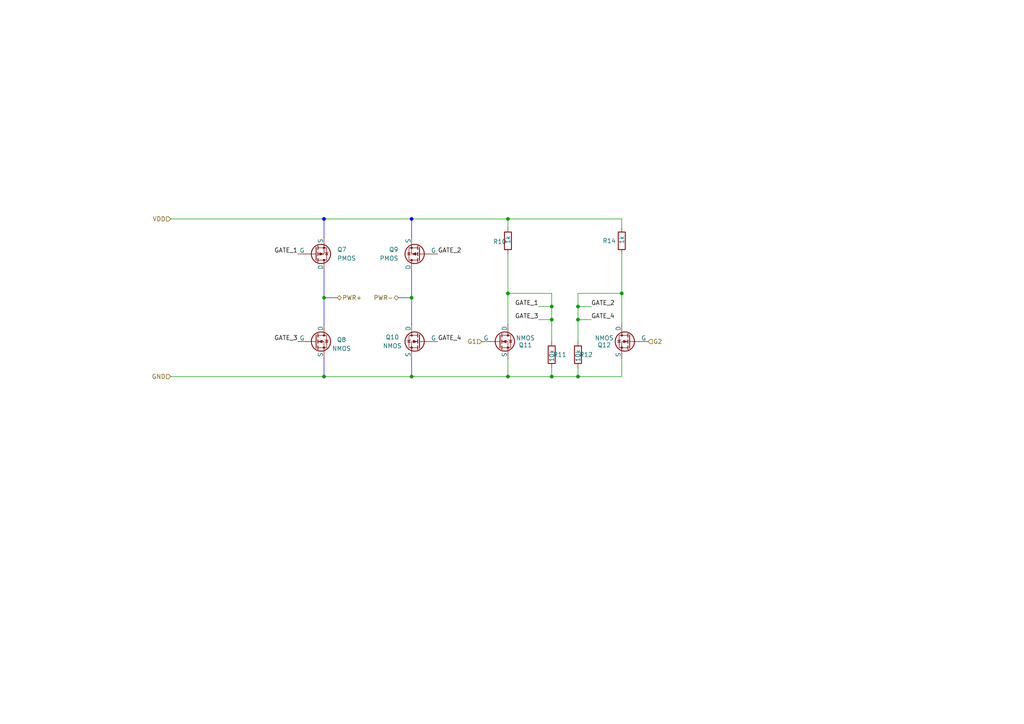
<source format=kicad_sch>
(kicad_sch (version 20250114) (generator "eeschema") (generator_version "9.0")
  (paper "A4")
  (lib_symbols
    (symbol "Device:R" (pin_numbers (hide yes)) (pin_names (offset 0))
      (property "Reference" "R" (at 2.032 0 90))
      (property "Value" "R" (at 0 0 90))
      (symbol "R_0_1"
        (rectangle (start -1.016 -2.54) (end 1.016 2.54) (stroke (width 0.254)))
      )
      (symbol "R_1_1"
        (pin passive line (at 0 3.81 270) (length 1.27) (name "~") (number "1"))
        (pin passive line (at 0 -3.81 90) (length 1.27) (name "~") (number "2"))
      )
    )
    (symbol "Simulation_SPICE:NMOS" (pin_numbers (hide yes)) (pin_names (offset 0))
      (property "Reference" "Q" (at 5.08 1.27 0))
      (property "Value" "NMOS" (at 5.08 -1.27 0))
      (symbol "NMOS_0_1"
        (polyline (pts (xy 0.254 1.905) (xy 0.254 -1.905)) (stroke (width 0.254)))
        (polyline (pts (xy 0.254 0) (xy -2.54 0)))
        (polyline (pts (xy 0.762 2.286) (xy 0.762 1.27)) (stroke (width 0.254)))
        (polyline (pts (xy 0.762 0.508) (xy 0.762 -0.508)) (stroke (width 0.254)))
        (polyline (pts (xy 0.762 -1.27) (xy 0.762 -2.286)) (stroke (width 0.254)))
        (polyline (pts (xy 0.762 -1.778) (xy 3.302 -1.778) (xy 3.302 1.778) (xy 0.762 1.778)))
        (polyline (pts (xy 1.016 0) (xy 2.032 0.381) (xy 2.032 -0.381) (xy 1.016 0)) (fill (type outline)))
        (circle (center 1.651 0) (radius 2.794) (stroke (width 0.254)))
        (polyline (pts (xy 2.54 2.54) (xy 2.54 1.778)))
        (circle (center 2.54 1.778) (radius 0.254) (fill (type outline)))
        (circle (center 2.54 -1.778) (radius 0.254) (fill (type outline)))
        (polyline (pts (xy 2.54 -2.54) (xy 2.54 0) (xy 0.762 0)))
        (polyline (pts (xy 2.794 0.508) (xy 2.921 0.381) (xy 3.683 0.381) (xy 3.81 0.254)))
        (polyline (pts (xy 3.302 0.381) (xy 2.921 -0.254) (xy 3.683 -0.254) (xy 3.302 0.381)))
      )
      (symbol "NMOS_1_1"
        (pin input line (at -5.08 0 0) (length 2.54) (name "G") (number "2"))
        (pin passive line (at 2.54 5.08 270) (length 2.54) (name "D") (number "1"))
        (pin passive line (at 2.54 -5.08 90) (length 2.54) (name "S") (number "3"))
      )
    )
    (symbol "Simulation_SPICE:PMOS" (pin_numbers (hide yes)) (pin_names (offset 0))
      (property "Reference" "Q" (at 5.08 1.27 0))
      (property "Value" "PMOS" (at 5.08 -1.27 0))
      (symbol "PMOS_0_1"
        (polyline (pts (xy 0.254 1.905) (xy 0.254 -1.905)) (stroke (width 0.254)))
        (polyline (pts (xy 0.254 0) (xy -2.54 0)))
        (polyline (pts (xy 0.762 2.286) (xy 0.762 1.27)) (stroke (width 0.254)))
        (polyline (pts (xy 0.762 1.778) (xy 3.302 1.778) (xy 3.302 -1.778) (xy 0.762 -1.778)))
        (polyline (pts (xy 0.762 0.508) (xy 0.762 -0.508)) (stroke (width 0.254)))
        (polyline (pts (xy 0.762 -1.27) (xy 0.762 -2.286)) (stroke (width 0.254)))
        (circle (center 1.651 0) (radius 2.794) (stroke (width 0.254)))
        (polyline (pts (xy 2.286 0) (xy 1.27 0.381) (xy 1.27 -0.381) (xy 2.286 0)) (fill (type outline)))
        (polyline (pts (xy 2.54 2.54) (xy 2.54 1.778)))
        (circle (center 2.54 1.778) (radius 0.254) (fill (type outline)))
        (circle (center 2.54 -1.778) (radius 0.254) (fill (type outline)))
        (polyline (pts (xy 2.54 -2.54) (xy 2.54 0) (xy 0.762 0)))
        (polyline (pts (xy 2.794 -0.508) (xy 2.921 -0.381) (xy 3.683 -0.381) (xy 3.81 -0.254)))
        (polyline (pts (xy 3.302 -0.381) (xy 2.921 0.254) (xy 3.683 0.254) (xy 3.302 -0.381)))
      )
      (symbol "PMOS_1_1"
        (pin input line (at -5.08 0 0) (length 2.54) (name "G") (number "2"))
        (pin passive line (at 2.54 5.08 270) (length 2.54) (name "D") (number "1"))
        (pin passive line (at 2.54 -5.08 90) (length 2.54) (name "S") (number "3"))
      )
    )
  )
  (junction (at 119.38 86.36))
  (junction (at 93.98 86.36))
  (junction (at 147.32 109.22))
  (junction (at 167.64 92.71))
  (junction (at 93.98 63.5) (color 0 0 255 1))
  (junction (at 119.38 109.22))
  (junction (at 93.98 109.22))
  (junction (at 147.32 63.5))
  (junction (at 119.38 63.5) (color 0 0 255 1))
  (junction (at 180.34 85.09))
  (junction (at 167.64 88.9))
  (junction (at 160.02 109.22))
  (junction (at 147.32 85.09))
  (junction (at 160.02 92.71))
  (junction (at 167.64 109.22))
  (junction (at 160.02 88.9))
  (wire (pts (xy 160.02 85.09) (xy 160.02 88.9)))
  (wire (pts (xy 49.53 109.22) (xy 93.98 109.22)))
  (wire (pts (xy 147.32 63.5) (xy 180.34 63.5)))
  (wire (pts (xy 147.32 85.09) (xy 160.02 85.09)))
  (wire (pts (xy 160.02 109.22) (xy 167.64 109.22)))
  (wire (pts (xy 160.02 88.9) (xy 156.21 88.9)))
  (wire (pts (xy 180.34 73.66) (xy 180.34 85.09)))
  (wire (pts (xy 167.64 109.22) (xy 180.34 109.22)))
  (wire (pts (xy 147.32 109.22) (xy 160.02 109.22)))
  (wire (pts (xy 147.32 104.14) (xy 147.32 109.22)))
  (wire (pts (xy 167.64 92.71) (xy 167.64 99.06)))
  (wire (pts (xy 180.34 104.14) (xy 180.34 109.22)))
  (wire (pts (xy 160.02 92.71) (xy 156.21 92.71)))
  (wire (pts (xy 147.32 85.09) (xy 147.32 93.98)))
  (wire (pts (xy 93.98 63.5) (xy 119.38 63.5)))
  (wire (pts (xy 167.64 88.9) (xy 167.64 92.71)))
  (wire (pts (xy 160.02 106.68) (xy 160.02 109.22)))
  (wire (pts (xy 93.98 63.5) (xy 93.98 68.58)) (stroke (width 0) (color 0 0 255 1)))
  (wire (pts (xy 119.38 109.22) (xy 147.32 109.22)))
  (wire (pts (xy 115.57 86.36) (xy 119.38 86.36)) (stroke (width 0) (color 0 0 255 1)))
  (wire (pts (xy 119.38 104.14) (xy 119.38 109.22)) (stroke (width 0) (color 0 0 255 1)))
  (wire (pts (xy 93.98 104.14) (xy 93.98 109.22)) (stroke (width 0) (color 0 0 255 1)))
  (wire (pts (xy 147.32 63.5) (xy 147.32 66.04)))
  (wire (pts (xy 160.02 88.9) (xy 160.02 92.71)))
  (wire (pts (xy 93.98 86.36) (xy 93.98 93.98)) (stroke (width 0) (color 0 0 255 1)))
  (wire (pts (xy 160.02 92.71) (xy 160.02 99.06)))
  (wire (pts (xy 180.34 85.09) (xy 180.34 93.98)))
  (wire (pts (xy 147.32 73.66) (xy 147.32 85.09)))
  (wire (pts (xy 97.79 86.36) (xy 93.98 86.36)) (stroke (width 0) (color 0 0 255 1)))
  (wire (pts (xy 119.38 86.36) (xy 119.38 93.98)) (stroke (width 0) (color 0 0 255 1)))
  (wire (pts (xy 167.64 106.68) (xy 167.64 109.22)))
  (wire (pts (xy 167.64 88.9) (xy 167.64 85.09)))
  (wire (pts (xy 93.98 78.74) (xy 93.98 86.36)) (stroke (width 0) (color 0 0 255 1)))
  (wire (pts (xy 93.98 109.22) (xy 119.38 109.22)))
  (wire (pts (xy 119.38 63.5) (xy 147.32 63.5)))
  (wire (pts (xy 171.45 88.9) (xy 167.64 88.9)))
  (wire (pts (xy 180.34 63.5) (xy 180.34 66.04)))
  (wire (pts (xy 119.38 63.5) (xy 119.38 68.58)) (stroke (width 0) (color 0 0 255 1)))
  (wire (pts (xy 167.64 85.09) (xy 180.34 85.09)))
  (wire (pts (xy 119.38 78.74) (xy 119.38 86.36)) (stroke (width 0) (color 0 0 255 1)))
  (wire (pts (xy 171.45 92.71) (xy 167.64 92.71)))
  (wire (pts (xy 49.53 63.5) (xy 93.98 63.5)))
  (label "GATE_2" (at 171.45 88.9 0))
  (label "GATE_4" (at 171.45 92.71 0))
  (label "GATE_3" (at 86.36 99.06 180))
  (label "GATE_4" (at 127 99.06 0))
  (label "GATE_3" (at 156.21 92.71 180))
  (label "GATE_1" (at 86.36 73.66 180))
  (label "GATE_1" (at 156.21 88.9 180))
  (label "GATE_2" (at 127 73.66 0))
  (hierarchical_label "PWR+" (shape bidirectional) (at 97.79 86.36 0))
  (hierarchical_label "G2" (shape input) (at 187.96 99.06 0))
  (hierarchical_label "VDD" (shape input) (at 49.53 63.5 180))
  (hierarchical_label "G1" (shape input) (at 139.7 99.06 180))
  (hierarchical_label "GND" (shape input) (at 49.53 109.22 180))
  (hierarchical_label "PWR-" (shape bidirectional) (at 115.57 86.36 180))
  (symbol (lib_id "Simulation_SPICE:NMOS") (at 144.78 99.06 0) (unit 1)
    (property "Reference" "Q5" (at 152.4 100.076 0))
    (property "Value" "NMOS" (at 152.4 98.044 0))
    (property "Datasheet" "https://ngspice.sourceforge.io/docs/ngspice-html-manual/manual.xhtml#cha_MOSFETs" (effects (hide yes)))
    (property "Description" "N-MOSFET transistor, drain/source/gate" (effects (hide yes)))
    (property "Sim.Device" "NMOS" (effects (hide yes)))
    (property "Sim.Type" "VDMOS" (effects (hide yes)))
    (property "Sim.Pins" "1=D 2=G 3=S" (effects (hide yes)))
    (instances (project "motor" (path "" (reference "Q11") (unit 1)) (path "" (reference "Q5") (unit 1))))
  )
  (symbol (lib_id "Simulation_SPICE:PMOS") (at 91.44 73.66 0) (mirror x) (unit 1)
    (property "Reference" "Q1" (at 97.79 72.3899 0) (effects (justify left)))
    (property "Value" "PMOS" (at 97.79 74.9299 0) (effects (justify left)))
    (property "Datasheet" "https://ngspice.sourceforge.io/docs/ngspice-html-manual/manual.xhtml#cha_MOSFETs" (effects (hide yes)))
    (property "Description" "P-MOSFET transistor, drain/source/gate" (effects (hide yes)))
    (property "Sim.Device" "PMOS" (effects (hide yes)))
    (property "Sim.Type" "VDMOS" (effects (hide yes)))
    (property "Sim.Pins" "1=D 2=G 3=S" (effects (hide yes)))
    (instances (project "motor" (path "" (reference "Q7") (unit 1)) (path "" (reference "Q1") (unit 1))))
  )
  (symbol (lib_id "Simulation_SPICE:NMOS") (at 182.88 99.06 0) (mirror y) (unit 1)
    (property "Reference" "Q6" (at 175.26 100.076 0))
    (property "Value" "NMOS" (at 175.26 98.044 0))
    (property "Datasheet" "https://ngspice.sourceforge.io/docs/ngspice-html-manual/manual.xhtml#cha_MOSFETs" (effects (hide yes)))
    (property "Description" "N-MOSFET transistor, drain/source/gate" (effects (hide yes)))
    (property "Sim.Device" "NMOS" (effects (hide yes)))
    (property "Sim.Type" "VDMOS" (effects (hide yes)))
    (property "Sim.Pins" "1=D 2=G 3=S" (effects (hide yes)))
    (instances (project "motor" (path "" (reference "Q12") (unit 1)) (path "" (reference "Q6") (unit 1))))
  )
  (symbol (lib_id "Device:R") (at 160.02 102.87 180) (unit 1)
    (property "Reference" "R5" (at 164.338 102.87 0) (effects (justify left)))
    (property "Value" "10k" (at 160.02 101.346 90) (effects (justify left)))
    (property "Description" "Resistor" (effects (hide yes)))
    (instances (project "motor" (path "" (reference "R11") (unit 1)) (path "" (reference "R5") (unit 1))))
  )
  (symbol (lib_id "Device:R") (at 180.34 69.85 0) (mirror x) (unit 1)
    (property "Reference" "R8" (at 174.752 69.85 0) (effects (justify left)))
    (property "Value" "1k" (at 180.34 68.326 90) (effects (justify left)))
    (property "Description" "Resistor" (effects (hide yes)))
    (instances (project "motor" (path "" (reference "R14") (unit 1)) (path "" (reference "R8") (unit 1))))
  )
  (symbol (lib_id "Simulation_SPICE:PMOS") (at 121.92 73.66 180) (unit 1)
    (property "Reference" "Q3" (at 115.57 72.3899 0) (effects (justify left)))
    (property "Value" "PMOS" (at 115.57 74.9299 0) (effects (justify left)))
    (property "Datasheet" "https://ngspice.sourceforge.io/docs/ngspice-html-manual/manual.xhtml#cha_MOSFETs" (effects (hide yes)))
    (property "Description" "P-MOSFET transistor, drain/source/gate" (effects (hide yes)))
    (property "Sim.Device" "PMOS" (effects (hide yes)))
    (property "Sim.Type" "VDMOS" (effects (hide yes)))
    (property "Sim.Pins" "1=D 2=G 3=S" (effects (hide yes)))
    (instances (project "motor" (path "" (reference "Q9") (unit 1)) (path "" (reference "Q3") (unit 1))))
  )
  (symbol (lib_id "Simulation_SPICE:NMOS") (at 121.92 99.06 0) (mirror y) (unit 1)
    (property "Reference" "Q4" (at 113.792 97.79 0))
    (property "Value" "NMOS" (at 113.792 100.33 0))
    (property "Datasheet" "https://ngspice.sourceforge.io/docs/ngspice-html-manual/manual.xhtml#cha_MOSFETs" (effects (hide yes)))
    (property "Description" "N-MOSFET transistor, drain/source/gate" (effects (hide yes)))
    (property "Sim.Device" "NMOS" (effects (hide yes)))
    (property "Sim.Type" "VDMOS" (effects (hide yes)))
    (property "Sim.Pins" "1=D 2=G 3=S" (effects (hide yes)))
    (instances (project "motor" (path "" (reference "Q10") (unit 1)) (path "" (reference "Q4") (unit 1))))
  )
  (symbol (lib_id "Simulation_SPICE:NMOS") (at 91.44 99.06 0) (unit 1)
    (property "Reference" "Q2" (at 99.06 98.552 0))
    (property "Value" "NMOS" (at 99.06 101.092 0))
    (property "Datasheet" "https://ngspice.sourceforge.io/docs/ngspice-html-manual/manual.xhtml#cha_MOSFETs" (effects (hide yes)))
    (property "Description" "N-MOSFET transistor, drain/source/gate" (effects (hide yes)))
    (property "Sim.Device" "NMOS" (effects (hide yes)))
    (property "Sim.Type" "VDMOS" (effects (hide yes)))
    (property "Sim.Pins" "1=D 2=G 3=S" (effects (hide yes)))
    (instances (project "motor" (path "" (reference "Q8") (unit 1)) (path "" (reference "Q2") (unit 1))))
  )
  (symbol (lib_id "Device:R") (at 167.64 102.87 180) (unit 1)
    (property "Reference" "R6" (at 171.958 102.87 0) (effects (justify left)))
    (property "Value" "10k" (at 167.64 101.346 90) (effects (justify left)))
    (property "Description" "Resistor" (effects (hide yes)))
    (instances (project "motor" (path "" (reference "R12") (unit 1)) (path "" (reference "R6") (unit 1))))
  )
  (symbol (lib_id "Device:R") (at 147.32 69.85 0) (mirror x) (unit 1)
    (property "Reference" "R4" (at 143.002 70.104 0) (effects (justify left)))
    (property "Value" "1k" (at 147.32 68.326 90) (effects (justify left)))
    (property "Description" "Resistor" (effects (hide yes)))
    (instances (project "motor" (path "" (reference "R10") (unit 1)) (path "" (reference "R4") (unit 1))))
  )
)
</source>
